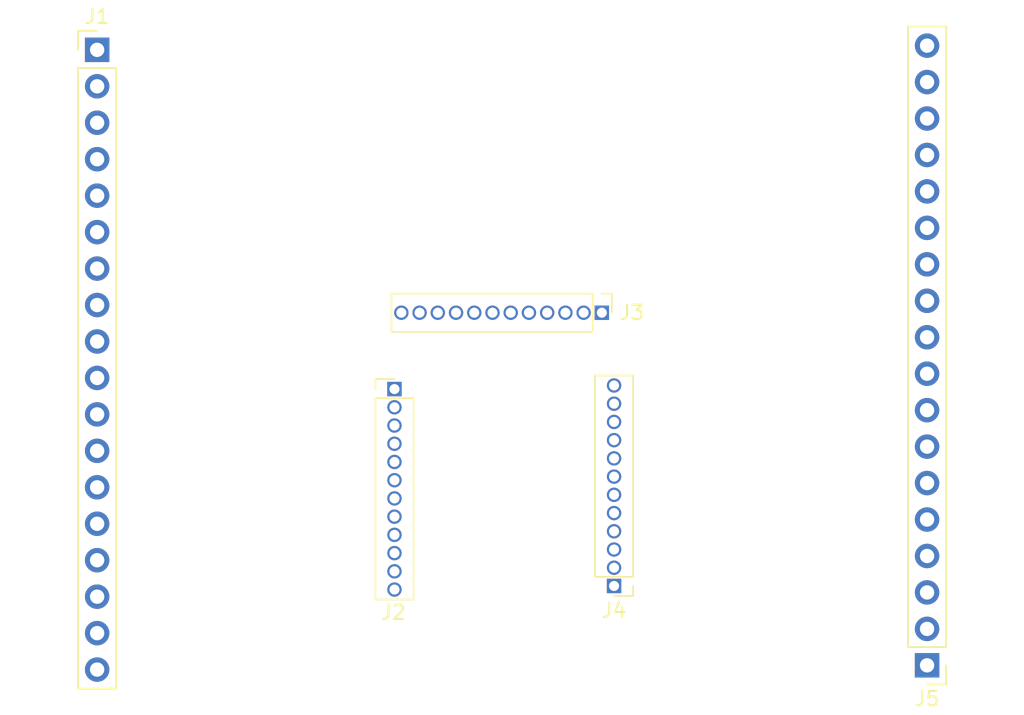
<source format=kicad_pcb>
(kicad_pcb (version 4) (host pcbnew 4.0.7)

  (general
    (links 37)
    (no_connects 37)
    (area 0 0 0 0)
    (thickness 1.6)
    (drawings 0)
    (tracks 0)
    (zones 0)
    (modules 5)
    (nets 36)
  )

  (page A4)
  (layers
    (0 F.Cu signal)
    (31 B.Cu signal)
    (32 B.Adhes user)
    (33 F.Adhes user)
    (34 B.Paste user)
    (35 F.Paste user)
    (36 B.SilkS user)
    (37 F.SilkS user)
    (38 B.Mask user)
    (39 F.Mask user)
    (40 Dwgs.User user)
    (41 Cmts.User user)
    (42 Eco1.User user)
    (43 Eco2.User user)
    (44 Edge.Cuts user)
    (45 Margin user)
    (46 B.CrtYd user)
    (47 F.CrtYd user)
    (48 B.Fab user)
    (49 F.Fab user)
  )

  (setup
    (last_trace_width 0.25)
    (trace_clearance 0.2)
    (zone_clearance 0.508)
    (zone_45_only no)
    (trace_min 0.2)
    (segment_width 0.2)
    (edge_width 0.15)
    (via_size 0.6)
    (via_drill 0.4)
    (via_min_size 0.4)
    (via_min_drill 0.3)
    (uvia_size 0.3)
    (uvia_drill 0.1)
    (uvias_allowed no)
    (uvia_min_size 0.2)
    (uvia_min_drill 0.1)
    (pcb_text_width 0.3)
    (pcb_text_size 1.5 1.5)
    (mod_edge_width 0.15)
    (mod_text_size 1 1)
    (mod_text_width 0.15)
    (pad_size 1.524 1.524)
    (pad_drill 0.762)
    (pad_to_mask_clearance 0.2)
    (aux_axis_origin 0 0)
    (visible_elements FFFEFF7F)
    (pcbplotparams
      (layerselection 0x00030_80000001)
      (usegerberextensions false)
      (excludeedgelayer true)
      (linewidth 0.100000)
      (plotframeref false)
      (viasonmask false)
      (mode 1)
      (useauxorigin false)
      (hpglpennumber 1)
      (hpglpenspeed 20)
      (hpglpendiameter 15)
      (hpglpenoverlay 2)
      (psnegative false)
      (psa4output false)
      (plotreference true)
      (plotvalue true)
      (plotinvisibletext false)
      (padsonsilk false)
      (subtractmaskfromsilk false)
      (outputformat 1)
      (mirror false)
      (drillshape 1)
      (scaleselection 1)
      (outputdirectory ""))
  )

  (net 0 "")
  (net 1 /P0.09)
  (net 2 /P0.08)
  (net 3 /P0.07)
  (net 4 /P0.06)
  (net 5 /P0.05)
  (net 6 /P0.04)
  (net 7 /NC)
  (net 8 /VCC)
  (net 9 /GND)
  (net 10 /P0.03)
  (net 11 /P0.02)
  (net 12 /P0.31)
  (net 13 /P0.30)
  (net 14 /P0.29)
  (net 15 /P0.28)
  (net 16 /P0.27)
  (net 17 /P0.26)
  (net 18 /P0.25)
  (net 19 /P0.15)
  (net 20 /P0.14)
  (net 21 /P0.13)
  (net 22 /P0.12)
  (net 23 /P0.11)
  (net 24 /P0.10)
  (net 25 /P0.24)
  (net 26 /P0.23)
  (net 27 /P0.22)
  (net 28 /SWDCLK)
  (net 29 /SWDIO)
  (net 30 /P0.21)
  (net 31 /P0.20)
  (net 32 /P0.19)
  (net 33 /P0.18)
  (net 34 /P0.17)
  (net 35 /P0.16)

  (net_class Default "This is the default net class."
    (clearance 0.2)
    (trace_width 0.25)
    (via_dia 0.6)
    (via_drill 0.4)
    (uvia_dia 0.3)
    (uvia_drill 0.1)
    (add_net /GND)
    (add_net /NC)
    (add_net /P0.02)
    (add_net /P0.03)
    (add_net /P0.04)
    (add_net /P0.05)
    (add_net /P0.06)
    (add_net /P0.07)
    (add_net /P0.08)
    (add_net /P0.09)
    (add_net /P0.10)
    (add_net /P0.11)
    (add_net /P0.12)
    (add_net /P0.13)
    (add_net /P0.14)
    (add_net /P0.15)
    (add_net /P0.16)
    (add_net /P0.17)
    (add_net /P0.18)
    (add_net /P0.19)
    (add_net /P0.20)
    (add_net /P0.21)
    (add_net /P0.22)
    (add_net /P0.23)
    (add_net /P0.24)
    (add_net /P0.25)
    (add_net /P0.26)
    (add_net /P0.27)
    (add_net /P0.28)
    (add_net /P0.29)
    (add_net /P0.30)
    (add_net /P0.31)
    (add_net /SWDCLK)
    (add_net /SWDIO)
    (add_net /VCC)
  )

  (module Pin_Headers:Pin_Header_Straight_1x18_Pitch2.54mm (layer F.Cu) (tedit 59650532) (tstamp 5B2A4E36)
    (at 120.762858 69.075)
    (descr "Through hole straight pin header, 1x18, 2.54mm pitch, single row")
    (tags "Through hole pin header THT 1x18 2.54mm single row")
    (path /5B2A2B08)
    (fp_text reference J1 (at 0 -2.33) (layer F.SilkS)
      (effects (font (size 1 1) (thickness 0.15)))
    )
    (fp_text value Conn_01x18_Male (at 0 45.51) (layer F.Fab)
      (effects (font (size 1 1) (thickness 0.15)))
    )
    (fp_line (start -0.635 -1.27) (end 1.27 -1.27) (layer F.Fab) (width 0.1))
    (fp_line (start 1.27 -1.27) (end 1.27 44.45) (layer F.Fab) (width 0.1))
    (fp_line (start 1.27 44.45) (end -1.27 44.45) (layer F.Fab) (width 0.1))
    (fp_line (start -1.27 44.45) (end -1.27 -0.635) (layer F.Fab) (width 0.1))
    (fp_line (start -1.27 -0.635) (end -0.635 -1.27) (layer F.Fab) (width 0.1))
    (fp_line (start -1.33 44.51) (end 1.33 44.51) (layer F.SilkS) (width 0.12))
    (fp_line (start -1.33 1.27) (end -1.33 44.51) (layer F.SilkS) (width 0.12))
    (fp_line (start 1.33 1.27) (end 1.33 44.51) (layer F.SilkS) (width 0.12))
    (fp_line (start -1.33 1.27) (end 1.33 1.27) (layer F.SilkS) (width 0.12))
    (fp_line (start -1.33 0) (end -1.33 -1.33) (layer F.SilkS) (width 0.12))
    (fp_line (start -1.33 -1.33) (end 0 -1.33) (layer F.SilkS) (width 0.12))
    (fp_line (start -1.8 -1.8) (end -1.8 44.95) (layer F.CrtYd) (width 0.05))
    (fp_line (start -1.8 44.95) (end 1.8 44.95) (layer F.CrtYd) (width 0.05))
    (fp_line (start 1.8 44.95) (end 1.8 -1.8) (layer F.CrtYd) (width 0.05))
    (fp_line (start 1.8 -1.8) (end -1.8 -1.8) (layer F.CrtYd) (width 0.05))
    (fp_text user %R (at 0 21.59 90) (layer F.Fab)
      (effects (font (size 1 1) (thickness 0.15)))
    )
    (pad 1 thru_hole rect (at 0 0) (size 1.7 1.7) (drill 1) (layers *.Cu *.Mask)
      (net 1 /P0.09))
    (pad 2 thru_hole oval (at 0 2.54) (size 1.7 1.7) (drill 1) (layers *.Cu *.Mask)
      (net 2 /P0.08))
    (pad 3 thru_hole oval (at 0 5.08) (size 1.7 1.7) (drill 1) (layers *.Cu *.Mask)
      (net 3 /P0.07))
    (pad 4 thru_hole oval (at 0 7.62) (size 1.7 1.7) (drill 1) (layers *.Cu *.Mask)
      (net 4 /P0.06))
    (pad 5 thru_hole oval (at 0 10.16) (size 1.7 1.7) (drill 1) (layers *.Cu *.Mask)
      (net 5 /P0.05))
    (pad 6 thru_hole oval (at 0 12.7) (size 1.7 1.7) (drill 1) (layers *.Cu *.Mask)
      (net 6 /P0.04))
    (pad 7 thru_hole oval (at 0 15.24) (size 1.7 1.7) (drill 1) (layers *.Cu *.Mask)
      (net 7 /NC))
    (pad 8 thru_hole oval (at 0 17.78) (size 1.7 1.7) (drill 1) (layers *.Cu *.Mask)
      (net 8 /VCC))
    (pad 9 thru_hole oval (at 0 20.32) (size 1.7 1.7) (drill 1) (layers *.Cu *.Mask)
      (net 9 /GND))
    (pad 10 thru_hole oval (at 0 22.86) (size 1.7 1.7) (drill 1) (layers *.Cu *.Mask)
      (net 10 /P0.03))
    (pad 11 thru_hole oval (at 0 25.4) (size 1.7 1.7) (drill 1) (layers *.Cu *.Mask)
      (net 11 /P0.02))
    (pad 12 thru_hole oval (at 0 27.94) (size 1.7 1.7) (drill 1) (layers *.Cu *.Mask)
      (net 12 /P0.31))
    (pad 13 thru_hole oval (at 0 30.48) (size 1.7 1.7) (drill 1) (layers *.Cu *.Mask)
      (net 13 /P0.30))
    (pad 14 thru_hole oval (at 0 33.02) (size 1.7 1.7) (drill 1) (layers *.Cu *.Mask)
      (net 14 /P0.29))
    (pad 15 thru_hole oval (at 0 35.56) (size 1.7 1.7) (drill 1) (layers *.Cu *.Mask)
      (net 15 /P0.28))
    (pad 16 thru_hole oval (at 0 38.1) (size 1.7 1.7) (drill 1) (layers *.Cu *.Mask)
      (net 16 /P0.27))
    (pad 17 thru_hole oval (at 0 40.64) (size 1.7 1.7) (drill 1) (layers *.Cu *.Mask)
      (net 17 /P0.26))
    (pad 18 thru_hole oval (at 0 43.18) (size 1.7 1.7) (drill 1) (layers *.Cu *.Mask)
      (net 18 /P0.25))
    (model ${KISYS3DMOD}/Pin_Headers.3dshapes/Pin_Header_Straight_1x18_Pitch2.54mm.wrl
      (at (xyz 0 0 0))
      (scale (xyz 1 1 1))
      (rotate (xyz 0 0 0))
    )
  )

  (module Socket_Strips:Socket_Strip_Straight_1x12_Pitch1.27mm (layer F.Cu) (tedit 5B2A4F4E) (tstamp 5B2A4E55)
    (at 141.48 92.71)
    (descr "Through hole straight socket strip, 1x12, 1.27mm pitch, single row")
    (tags "Through hole socket strip THT 1x12 1.27mm single row")
    (path /5B29FFD6)
    (fp_text reference J2 (at -0.08 15.56) (layer F.SilkS)
      (effects (font (size 1 1) (thickness 0.15)))
    )
    (fp_text value Conn_01x12_Female (at 0 17.96) (layer F.Fab)
      (effects (font (size 1 1) (thickness 0.15)))
    )
    (fp_line (start -1.27 -0.635) (end -1.27 14.605) (layer F.Fab) (width 0.1))
    (fp_line (start -1.27 14.605) (end 1.27 14.605) (layer F.Fab) (width 0.1))
    (fp_line (start 1.27 14.605) (end 1.27 -0.635) (layer F.Fab) (width 0.1))
    (fp_line (start 1.27 -0.635) (end -1.27 -0.635) (layer F.Fab) (width 0.1))
    (fp_line (start -1.33 0.635) (end -1.33 14.665) (layer F.SilkS) (width 0.12))
    (fp_line (start -1.33 14.665) (end 1.33 14.665) (layer F.SilkS) (width 0.12))
    (fp_line (start 1.33 14.665) (end 1.33 0.635) (layer F.SilkS) (width 0.12))
    (fp_line (start 1.33 0.635) (end -1.33 0.635) (layer F.SilkS) (width 0.12))
    (fp_line (start -1.33 0) (end -1.33 -0.695) (layer F.SilkS) (width 0.12))
    (fp_line (start -1.33 -0.695) (end 0 -0.695) (layer F.SilkS) (width 0.12))
    (fp_line (start -1.8 -1.15) (end -1.8 15.15) (layer F.CrtYd) (width 0.05))
    (fp_line (start -1.8 15.15) (end 1.8 15.15) (layer F.CrtYd) (width 0.05))
    (fp_line (start 1.8 15.15) (end 1.8 -1.15) (layer F.CrtYd) (width 0.05))
    (fp_line (start 1.8 -1.15) (end -1.8 -1.15) (layer F.CrtYd) (width 0.05))
    (fp_text user %R (at 0 -1.695) (layer F.Fab) hide
      (effects (font (size 1 1) (thickness 0.15)))
    )
    (pad 1 thru_hole rect (at 0 0) (size 1 1) (drill 0.7) (layers *.Cu *.Mask)
      (net 7 /NC))
    (pad 2 thru_hole oval (at 0 1.27) (size 1 1) (drill 0.7) (layers *.Cu *.Mask)
      (net 8 /VCC))
    (pad 3 thru_hole oval (at 0 2.54) (size 1 1) (drill 0.7) (layers *.Cu *.Mask)
      (net 9 /GND))
    (pad 4 thru_hole oval (at 0 3.81) (size 1 1) (drill 0.7) (layers *.Cu *.Mask)
      (net 10 /P0.03))
    (pad 5 thru_hole oval (at 0 5.08) (size 1 1) (drill 0.7) (layers *.Cu *.Mask)
      (net 11 /P0.02))
    (pad 6 thru_hole oval (at 0 6.35) (size 1 1) (drill 0.7) (layers *.Cu *.Mask)
      (net 12 /P0.31))
    (pad 7 thru_hole oval (at 0 7.62) (size 1 1) (drill 0.7) (layers *.Cu *.Mask)
      (net 13 /P0.30))
    (pad 8 thru_hole oval (at 0 8.89) (size 1 1) (drill 0.7) (layers *.Cu *.Mask)
      (net 14 /P0.29))
    (pad 9 thru_hole oval (at 0 10.16) (size 1 1) (drill 0.7) (layers *.Cu *.Mask)
      (net 15 /P0.28))
    (pad 10 thru_hole oval (at 0 11.43) (size 1 1) (drill 0.7) (layers *.Cu *.Mask)
      (net 16 /P0.27))
    (pad 11 thru_hole oval (at 0 12.7) (size 1 1) (drill 0.7) (layers *.Cu *.Mask)
      (net 17 /P0.26))
    (pad 12 thru_hole oval (at 0 13.97) (size 1 1) (drill 0.7) (layers *.Cu *.Mask)
      (net 18 /P0.25))
    (model ${KISYS3DMOD}/Socket_Strips.3dshapes/Socket_Strip_Straight_1x12_Pitch1.27mm.wrl
      (at (xyz 0 0 0))
      (scale (xyz 1 1 1))
      (rotate (xyz 0 0 0))
    )
  )

  (module Socket_Strips:Socket_Strip_Straight_1x12_Pitch1.27mm (layer F.Cu) (tedit 5B2A4F4A) (tstamp 5B2A4E74)
    (at 155.93 87.39 270)
    (descr "Through hole straight socket strip, 1x12, 1.27mm pitch, single row")
    (tags "Through hole socket strip THT 1x12 1.27mm single row")
    (path /5B2A000A)
    (fp_text reference J3 (at -0.01 -2.09 360) (layer F.SilkS)
      (effects (font (size 1 1) (thickness 0.15)))
    )
    (fp_text value Conn_01x12_Female (at -3.34 7.69 360) (layer F.Fab)
      (effects (font (size 1 1) (thickness 0.15)))
    )
    (fp_line (start -1.27 -0.635) (end -1.27 14.605) (layer F.Fab) (width 0.1))
    (fp_line (start -1.27 14.605) (end 1.27 14.605) (layer F.Fab) (width 0.1))
    (fp_line (start 1.27 14.605) (end 1.27 -0.635) (layer F.Fab) (width 0.1))
    (fp_line (start 1.27 -0.635) (end -1.27 -0.635) (layer F.Fab) (width 0.1))
    (fp_line (start -1.33 0.635) (end -1.33 14.665) (layer F.SilkS) (width 0.12))
    (fp_line (start -1.33 14.665) (end 1.33 14.665) (layer F.SilkS) (width 0.12))
    (fp_line (start 1.33 14.665) (end 1.33 0.635) (layer F.SilkS) (width 0.12))
    (fp_line (start 1.33 0.635) (end -1.33 0.635) (layer F.SilkS) (width 0.12))
    (fp_line (start -1.33 0) (end -1.33 -0.695) (layer F.SilkS) (width 0.12))
    (fp_line (start -1.33 -0.695) (end 0 -0.695) (layer F.SilkS) (width 0.12))
    (fp_line (start -1.8 -1.15) (end -1.8 15.15) (layer F.CrtYd) (width 0.05))
    (fp_line (start -1.8 15.15) (end 1.8 15.15) (layer F.CrtYd) (width 0.05))
    (fp_line (start 1.8 15.15) (end 1.8 -1.15) (layer F.CrtYd) (width 0.05))
    (fp_line (start 1.8 -1.15) (end -1.8 -1.15) (layer F.CrtYd) (width 0.05))
    (fp_text user %R (at -0.1 16.05 360) (layer F.Fab) hide
      (effects (font (size 1 1) (thickness 0.15)))
    )
    (pad 1 thru_hole rect (at 0 0 270) (size 1 1) (drill 0.7) (layers *.Cu *.Mask)
      (net 19 /P0.15))
    (pad 2 thru_hole oval (at 0 1.27 270) (size 1 1) (drill 0.7) (layers *.Cu *.Mask)
      (net 20 /P0.14))
    (pad 3 thru_hole oval (at 0 2.54 270) (size 1 1) (drill 0.7) (layers *.Cu *.Mask)
      (net 21 /P0.13))
    (pad 4 thru_hole oval (at 0 3.81 270) (size 1 1) (drill 0.7) (layers *.Cu *.Mask)
      (net 22 /P0.12))
    (pad 5 thru_hole oval (at 0 5.08 270) (size 1 1) (drill 0.7) (layers *.Cu *.Mask)
      (net 23 /P0.11))
    (pad 6 thru_hole oval (at 0 6.35 270) (size 1 1) (drill 0.7) (layers *.Cu *.Mask)
      (net 24 /P0.10))
    (pad 7 thru_hole oval (at 0 7.62 270) (size 1 1) (drill 0.7) (layers *.Cu *.Mask)
      (net 1 /P0.09))
    (pad 8 thru_hole oval (at 0 8.89 270) (size 1 1) (drill 0.7) (layers *.Cu *.Mask)
      (net 2 /P0.08))
    (pad 9 thru_hole oval (at 0 10.16 270) (size 1 1) (drill 0.7) (layers *.Cu *.Mask)
      (net 3 /P0.07))
    (pad 10 thru_hole oval (at 0 11.43 270) (size 1 1) (drill 0.7) (layers *.Cu *.Mask)
      (net 4 /P0.06))
    (pad 11 thru_hole oval (at 0 12.7 270) (size 1 1) (drill 0.7) (layers *.Cu *.Mask)
      (net 5 /P0.05))
    (pad 12 thru_hole oval (at 0 13.97 270) (size 1 1) (drill 0.7) (layers *.Cu *.Mask)
      (net 6 /P0.04))
    (model ${KISYS3DMOD}/Socket_Strips.3dshapes/Socket_Strip_Straight_1x12_Pitch1.27mm.wrl
      (at (xyz 0 0 0))
      (scale (xyz 1 1 1))
      (rotate (xyz 0 0 0))
    )
  )

  (module Socket_Strips:Socket_Strip_Straight_1x12_Pitch1.27mm (layer F.Cu) (tedit 58CD5453) (tstamp 5B2A4E93)
    (at 156.78 106.43 180)
    (descr "Through hole straight socket strip, 1x12, 1.27mm pitch, single row")
    (tags "Through hole socket strip THT 1x12 1.27mm single row")
    (path /5B2A0048)
    (fp_text reference J4 (at 0 -1.695 180) (layer F.SilkS)
      (effects (font (size 1 1) (thickness 0.15)))
    )
    (fp_text value Conn_01x12_Female (at -0.22 -4.52 180) (layer F.Fab)
      (effects (font (size 1 1) (thickness 0.15)))
    )
    (fp_line (start -1.27 -0.635) (end -1.27 14.605) (layer F.Fab) (width 0.1))
    (fp_line (start -1.27 14.605) (end 1.27 14.605) (layer F.Fab) (width 0.1))
    (fp_line (start 1.27 14.605) (end 1.27 -0.635) (layer F.Fab) (width 0.1))
    (fp_line (start 1.27 -0.635) (end -1.27 -0.635) (layer F.Fab) (width 0.1))
    (fp_line (start -1.33 0.635) (end -1.33 14.665) (layer F.SilkS) (width 0.12))
    (fp_line (start -1.33 14.665) (end 1.33 14.665) (layer F.SilkS) (width 0.12))
    (fp_line (start 1.33 14.665) (end 1.33 0.635) (layer F.SilkS) (width 0.12))
    (fp_line (start 1.33 0.635) (end -1.33 0.635) (layer F.SilkS) (width 0.12))
    (fp_line (start -1.33 0) (end -1.33 -0.695) (layer F.SilkS) (width 0.12))
    (fp_line (start -1.33 -0.695) (end 0 -0.695) (layer F.SilkS) (width 0.12))
    (fp_line (start -1.8 -1.15) (end -1.8 15.15) (layer F.CrtYd) (width 0.05))
    (fp_line (start -1.8 15.15) (end 1.8 15.15) (layer F.CrtYd) (width 0.05))
    (fp_line (start 1.8 15.15) (end 1.8 -1.15) (layer F.CrtYd) (width 0.05))
    (fp_line (start 1.8 -1.15) (end -1.8 -1.15) (layer F.CrtYd) (width 0.05))
    (fp_text user %R (at 0 -1.695 180) (layer F.Fab)
      (effects (font (size 1 1) (thickness 0.15)))
    )
    (pad 1 thru_hole rect (at 0 0 180) (size 1 1) (drill 0.7) (layers *.Cu *.Mask)
      (net 7 /NC))
    (pad 2 thru_hole oval (at 0 1.27 180) (size 1 1) (drill 0.7) (layers *.Cu *.Mask)
      (net 25 /P0.24))
    (pad 3 thru_hole oval (at 0 2.54 180) (size 1 1) (drill 0.7) (layers *.Cu *.Mask)
      (net 26 /P0.23))
    (pad 4 thru_hole oval (at 0 3.81 180) (size 1 1) (drill 0.7) (layers *.Cu *.Mask)
      (net 27 /P0.22))
    (pad 5 thru_hole oval (at 0 5.08 180) (size 1 1) (drill 0.7) (layers *.Cu *.Mask)
      (net 28 /SWDCLK))
    (pad 6 thru_hole oval (at 0 6.35 180) (size 1 1) (drill 0.7) (layers *.Cu *.Mask)
      (net 29 /SWDIO))
    (pad 7 thru_hole oval (at 0 7.62 180) (size 1 1) (drill 0.7) (layers *.Cu *.Mask)
      (net 30 /P0.21))
    (pad 8 thru_hole oval (at 0 8.89 180) (size 1 1) (drill 0.7) (layers *.Cu *.Mask)
      (net 31 /P0.20))
    (pad 9 thru_hole oval (at 0 10.16 180) (size 1 1) (drill 0.7) (layers *.Cu *.Mask)
      (net 32 /P0.19))
    (pad 10 thru_hole oval (at 0 11.43 180) (size 1 1) (drill 0.7) (layers *.Cu *.Mask)
      (net 33 /P0.18))
    (pad 11 thru_hole oval (at 0 12.7 180) (size 1 1) (drill 0.7) (layers *.Cu *.Mask)
      (net 34 /P0.17))
    (pad 12 thru_hole oval (at 0 13.97 180) (size 1 1) (drill 0.7) (layers *.Cu *.Mask)
      (net 35 /P0.16))
    (model ${KISYS3DMOD}/Socket_Strips.3dshapes/Socket_Strip_Straight_1x12_Pitch1.27mm.wrl
      (at (xyz 0 0 0))
      (scale (xyz 1 1 1))
      (rotate (xyz 0 0 0))
    )
  )

  (module Pin_Headers:Pin_Header_Straight_1x18_Pitch2.54mm (layer F.Cu) (tedit 59650532) (tstamp 5B2A4EB9)
    (at 178.59 111.96 180)
    (descr "Through hole straight pin header, 1x18, 2.54mm pitch, single row")
    (tags "Through hole pin header THT 1x18 2.54mm single row")
    (path /5B2A2AA7)
    (fp_text reference J5 (at 0 -2.33 180) (layer F.SilkS)
      (effects (font (size 1 1) (thickness 0.15)))
    )
    (fp_text value Conn_01x18_Male (at 0 45.51 180) (layer F.Fab)
      (effects (font (size 1 1) (thickness 0.15)))
    )
    (fp_line (start -0.635 -1.27) (end 1.27 -1.27) (layer F.Fab) (width 0.1))
    (fp_line (start 1.27 -1.27) (end 1.27 44.45) (layer F.Fab) (width 0.1))
    (fp_line (start 1.27 44.45) (end -1.27 44.45) (layer F.Fab) (width 0.1))
    (fp_line (start -1.27 44.45) (end -1.27 -0.635) (layer F.Fab) (width 0.1))
    (fp_line (start -1.27 -0.635) (end -0.635 -1.27) (layer F.Fab) (width 0.1))
    (fp_line (start -1.33 44.51) (end 1.33 44.51) (layer F.SilkS) (width 0.12))
    (fp_line (start -1.33 1.27) (end -1.33 44.51) (layer F.SilkS) (width 0.12))
    (fp_line (start 1.33 1.27) (end 1.33 44.51) (layer F.SilkS) (width 0.12))
    (fp_line (start -1.33 1.27) (end 1.33 1.27) (layer F.SilkS) (width 0.12))
    (fp_line (start -1.33 0) (end -1.33 -1.33) (layer F.SilkS) (width 0.12))
    (fp_line (start -1.33 -1.33) (end 0 -1.33) (layer F.SilkS) (width 0.12))
    (fp_line (start -1.8 -1.8) (end -1.8 44.95) (layer F.CrtYd) (width 0.05))
    (fp_line (start -1.8 44.95) (end 1.8 44.95) (layer F.CrtYd) (width 0.05))
    (fp_line (start 1.8 44.95) (end 1.8 -1.8) (layer F.CrtYd) (width 0.05))
    (fp_line (start 1.8 -1.8) (end -1.8 -1.8) (layer F.CrtYd) (width 0.05))
    (fp_text user %R (at 0 21.59 270) (layer F.Fab)
      (effects (font (size 1 1) (thickness 0.15)))
    )
    (pad 1 thru_hole rect (at 0 0 180) (size 1.7 1.7) (drill 1) (layers *.Cu *.Mask)
      (net 7 /NC))
    (pad 2 thru_hole oval (at 0 2.54 180) (size 1.7 1.7) (drill 1) (layers *.Cu *.Mask)
      (net 25 /P0.24))
    (pad 3 thru_hole oval (at 0 5.08 180) (size 1.7 1.7) (drill 1) (layers *.Cu *.Mask)
      (net 26 /P0.23))
    (pad 4 thru_hole oval (at 0 7.62 180) (size 1.7 1.7) (drill 1) (layers *.Cu *.Mask)
      (net 27 /P0.22))
    (pad 5 thru_hole oval (at 0 10.16 180) (size 1.7 1.7) (drill 1) (layers *.Cu *.Mask)
      (net 28 /SWDCLK))
    (pad 6 thru_hole oval (at 0 12.7 180) (size 1.7 1.7) (drill 1) (layers *.Cu *.Mask)
      (net 29 /SWDIO))
    (pad 7 thru_hole oval (at 0 15.24 180) (size 1.7 1.7) (drill 1) (layers *.Cu *.Mask)
      (net 30 /P0.21))
    (pad 8 thru_hole oval (at 0 17.78 180) (size 1.7 1.7) (drill 1) (layers *.Cu *.Mask)
      (net 31 /P0.20))
    (pad 9 thru_hole oval (at 0 20.32 180) (size 1.7 1.7) (drill 1) (layers *.Cu *.Mask)
      (net 32 /P0.19))
    (pad 10 thru_hole oval (at 0 22.86 180) (size 1.7 1.7) (drill 1) (layers *.Cu *.Mask)
      (net 33 /P0.18))
    (pad 11 thru_hole oval (at 0 25.4 180) (size 1.7 1.7) (drill 1) (layers *.Cu *.Mask)
      (net 34 /P0.17))
    (pad 12 thru_hole oval (at 0 27.94 180) (size 1.7 1.7) (drill 1) (layers *.Cu *.Mask)
      (net 35 /P0.16))
    (pad 13 thru_hole oval (at 0 30.48 180) (size 1.7 1.7) (drill 1) (layers *.Cu *.Mask)
      (net 19 /P0.15))
    (pad 14 thru_hole oval (at 0 33.02 180) (size 1.7 1.7) (drill 1) (layers *.Cu *.Mask)
      (net 20 /P0.14))
    (pad 15 thru_hole oval (at 0 35.56 180) (size 1.7 1.7) (drill 1) (layers *.Cu *.Mask)
      (net 21 /P0.13))
    (pad 16 thru_hole oval (at 0 38.1 180) (size 1.7 1.7) (drill 1) (layers *.Cu *.Mask)
      (net 22 /P0.12))
    (pad 17 thru_hole oval (at 0 40.64 180) (size 1.7 1.7) (drill 1) (layers *.Cu *.Mask)
      (net 23 /P0.11))
    (pad 18 thru_hole oval (at 0 43.18 180) (size 1.7 1.7) (drill 1) (layers *.Cu *.Mask)
      (net 24 /P0.10))
    (model ${KISYS3DMOD}/Pin_Headers.3dshapes/Pin_Header_Straight_1x18_Pitch2.54mm.wrl
      (at (xyz 0 0 0))
      (scale (xyz 1 1 1))
      (rotate (xyz 0 0 0))
    )
  )

)

</source>
